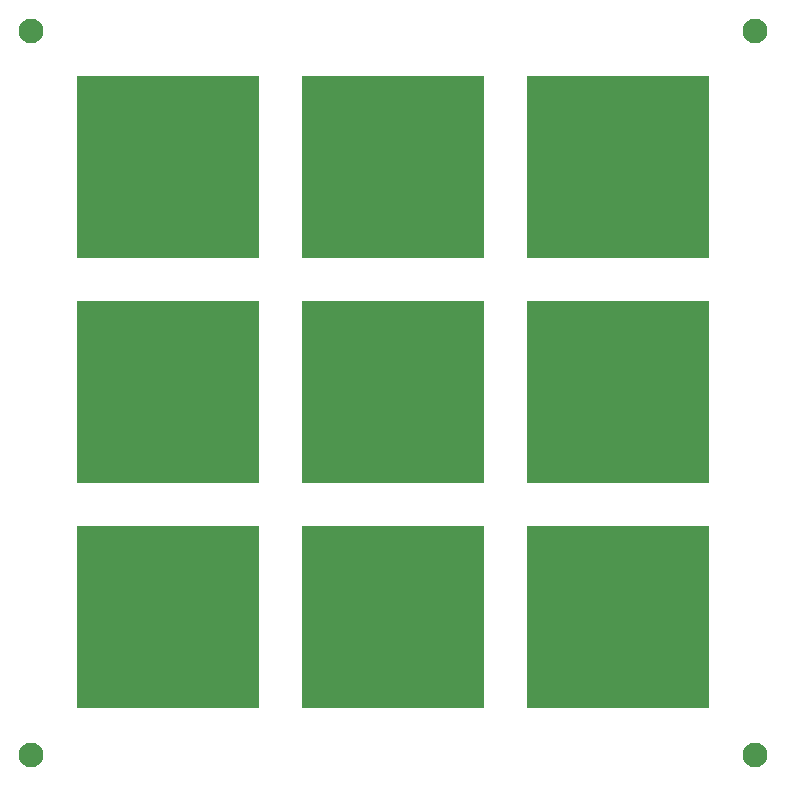
<source format=gbr>
%TF.GenerationSoftware,Altium Limited,Altium Designer,20.1.12 (249)*%
G04 Layer_Color=255*
%FSLAX26Y26*%
%MOIN*%
%TF.SameCoordinates,CA7D9046-92CB-40F9-A92D-93637F7DD4E4*%
%TF.FilePolarity,Positive*%
%TF.FileFunction,Pads,Top*%
%TF.Part,Single*%
G01*
G75*
%TA.AperFunction,ViaPad*%
%ADD10R,0.610236X0.610236*%
%ADD11C,0.082677*%
D10*
X634252Y2135236D02*
D03*
X1383465D02*
D03*
X2132638D02*
D03*
Y1386024D02*
D03*
Y636811D02*
D03*
X634252Y1386024D02*
D03*
X1383465D02*
D03*
Y636811D02*
D03*
X634252D02*
D03*
D11*
X2589921Y177165D02*
D03*
Y2590551D02*
D03*
D03*
D03*
X176536Y177165D02*
D03*
Y2590551D02*
D03*
%TF.MD5,a30702644d704b8aa0bb126dbf8519fe*%
M02*

</source>
